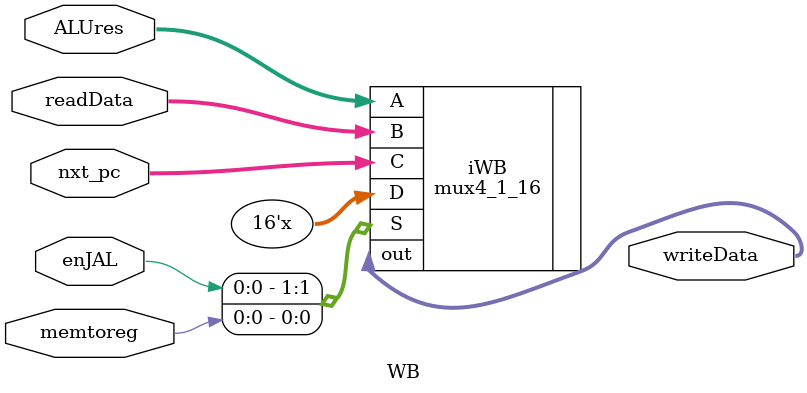
<source format=v>
module WB (ALUres, readData, memtoreg, writeData, nxt_pc, enJAL,);

  input [15:0] ALUres;
  input [15:0] readData;
  input [15:0] nxt_pc;
  input enJAL;
  input memtoreg;
  output [15:0] writeData;

  mux4_1_16 iWB (.A(ALUres), .B(readData), .C(nxt_pc), .D(16'hXXXX), .S({enJAL, memtoreg}), .out(writeData));

endmodule


</source>
